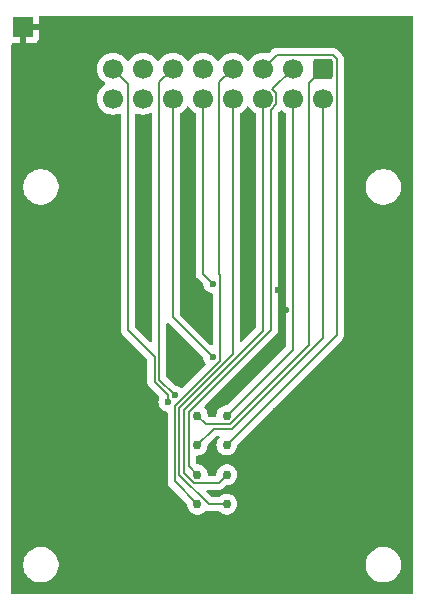
<source format=gbl>
G04 #@! TF.GenerationSoftware,KiCad,Pcbnew,8.0.5*
G04 #@! TF.CreationDate,2024-12-04T12:39:20-06:00*
G04 #@! TF.ProjectId,KiCad_ETDBR,4b694361-645f-4455-9444-42522e6b6963,rev?*
G04 #@! TF.SameCoordinates,Original*
G04 #@! TF.FileFunction,Copper,L2,Bot*
G04 #@! TF.FilePolarity,Positive*
%FSLAX46Y46*%
G04 Gerber Fmt 4.6, Leading zero omitted, Abs format (unit mm)*
G04 Created by KiCad (PCBNEW 8.0.5) date 2024-12-04 12:39:20*
%MOMM*%
%LPD*%
G01*
G04 APERTURE LIST*
G04 Aperture macros list*
%AMRoundRect*
0 Rectangle with rounded corners*
0 $1 Rounding radius*
0 $2 $3 $4 $5 $6 $7 $8 $9 X,Y pos of 4 corners*
0 Add a 4 corners polygon primitive as box body*
4,1,4,$2,$3,$4,$5,$6,$7,$8,$9,$2,$3,0*
0 Add four circle primitives for the rounded corners*
1,1,$1+$1,$2,$3*
1,1,$1+$1,$4,$5*
1,1,$1+$1,$6,$7*
1,1,$1+$1,$8,$9*
0 Add four rect primitives between the rounded corners*
20,1,$1+$1,$2,$3,$4,$5,0*
20,1,$1+$1,$4,$5,$6,$7,0*
20,1,$1+$1,$6,$7,$8,$9,0*
20,1,$1+$1,$8,$9,$2,$3,0*%
G04 Aperture macros list end*
G04 #@! TA.AperFunction,ComponentPad*
%ADD10C,0.750000*%
G04 #@! TD*
G04 #@! TA.AperFunction,ComponentPad*
%ADD11R,1.700000X1.700000*%
G04 #@! TD*
G04 #@! TA.AperFunction,ComponentPad*
%ADD12RoundRect,0.250000X-0.600000X0.600000X-0.600000X-0.600000X0.600000X-0.600000X0.600000X0.600000X0*%
G04 #@! TD*
G04 #@! TA.AperFunction,ComponentPad*
%ADD13C,1.700000*%
G04 #@! TD*
G04 #@! TA.AperFunction,ViaPad*
%ADD14C,0.600000*%
G04 #@! TD*
G04 #@! TA.AperFunction,Conductor*
%ADD15C,0.200000*%
G04 #@! TD*
G04 APERTURE END LIST*
D10*
X67030000Y-97835000D03*
X64530000Y-97835000D03*
X67030000Y-95335000D03*
X67030000Y-92835000D03*
X67030000Y-90335000D03*
X64530000Y-95335000D03*
X64530000Y-92835000D03*
X64530000Y-90335000D03*
D11*
X49780000Y-57465000D03*
D12*
X75160000Y-60965000D03*
D13*
X75160000Y-63505000D03*
X72620000Y-60965000D03*
X72620000Y-63505000D03*
X70080000Y-60965000D03*
X70080000Y-63505000D03*
X67540000Y-60965000D03*
X67540000Y-63505000D03*
X65000000Y-60965000D03*
X65000000Y-63505000D03*
X62460000Y-60965000D03*
X62460000Y-63505000D03*
X59920000Y-60965000D03*
X59920000Y-63505000D03*
X57380000Y-60965000D03*
X57380000Y-63505000D03*
D14*
X62635400Y-88633400D03*
X62035400Y-89179163D03*
X65840900Y-79165200D03*
X65827600Y-85387500D03*
X69025626Y-70088560D03*
X68780000Y-74965000D03*
X63780000Y-67965000D03*
X60280000Y-69465000D03*
X72020000Y-81363927D03*
X71185862Y-89932139D03*
X57715492Y-72890567D03*
X62332603Y-83457485D03*
X59780000Y-75465000D03*
X64780000Y-85965000D03*
X70280000Y-85465000D03*
X71380000Y-79736872D03*
X63780000Y-74965000D03*
D15*
X62635400Y-88633400D02*
X61309800Y-87307800D01*
X61309800Y-62115200D02*
X62460000Y-60965000D01*
X61309800Y-87307800D02*
X61309800Y-62115200D01*
X62608400Y-89509100D02*
X62608400Y-95913400D01*
X66441200Y-78382500D02*
X66441200Y-85676300D01*
X66386500Y-78327800D02*
X66441200Y-78382500D01*
X62608400Y-95913400D02*
X64530000Y-97835000D01*
X66386500Y-62118500D02*
X66386500Y-78327800D01*
X67540000Y-60965000D02*
X66386500Y-62118500D01*
X66441200Y-85676300D02*
X62608400Y-89509100D01*
X65926600Y-91438400D02*
X67486800Y-91438400D01*
X64530000Y-92835000D02*
X65926600Y-91438400D01*
X67486800Y-91438400D02*
X75160000Y-83765200D01*
X75160000Y-83765200D02*
X75160000Y-63505000D01*
X71230000Y-63028654D02*
X70893173Y-62691827D01*
X70780000Y-83056900D02*
X70780000Y-64431346D01*
X71230000Y-63981346D02*
X71230000Y-63028654D01*
X70780000Y-64431346D02*
X71230000Y-63981346D01*
X70893173Y-62691827D02*
X72620000Y-60965000D01*
X63829000Y-90007900D02*
X70780000Y-83056900D01*
X64530000Y-95335000D02*
X63829000Y-94634000D01*
X63829000Y-94634000D02*
X63829000Y-90007900D01*
X60909800Y-85354800D02*
X58650000Y-83095000D01*
X60909800Y-87473486D02*
X60909800Y-85354800D01*
X58650000Y-62235000D02*
X57380000Y-60965000D01*
X58650000Y-83095000D02*
X58650000Y-62235000D01*
X62035400Y-88599086D02*
X60909800Y-87473486D01*
X62035400Y-89179163D02*
X62035400Y-88599086D01*
X72620000Y-63505000D02*
X72620000Y-84745000D01*
X72620000Y-84745000D02*
X67030000Y-90335000D01*
X64231800Y-96016000D02*
X63428800Y-95213000D01*
X67030000Y-95335000D02*
X66349000Y-96016000D01*
X63428800Y-95213000D02*
X63428800Y-89820300D01*
X63428800Y-89820300D02*
X70080000Y-83169100D01*
X66349000Y-96016000D02*
X64231800Y-96016000D01*
X70080000Y-83169100D02*
X70080000Y-63505000D01*
X76338400Y-60152800D02*
X75986700Y-59801100D01*
X67030000Y-92835000D02*
X76338400Y-83526600D01*
X75986700Y-59801100D02*
X71243900Y-59801100D01*
X71243900Y-59801100D02*
X70080000Y-60965000D01*
X76338400Y-83526600D02*
X76338400Y-60152800D01*
X65000000Y-63505000D02*
X65000000Y-78324300D01*
X65000000Y-78324300D02*
X65840900Y-79165200D01*
X62460000Y-63505000D02*
X62460000Y-82019900D01*
X62460000Y-82019900D02*
X65827600Y-85387500D01*
X65233100Y-91038100D02*
X64530000Y-90335000D01*
X67308600Y-91038100D02*
X65233100Y-91038100D01*
X73960800Y-84385900D02*
X67308600Y-91038100D01*
X73960800Y-62164200D02*
X73960800Y-84385900D01*
X75160000Y-60965000D02*
X73960800Y-62164200D01*
X65484900Y-97835000D02*
X67030000Y-97835000D01*
X67540000Y-63505000D02*
X67540000Y-85143400D01*
X63008600Y-89674800D02*
X63008600Y-95358700D01*
X67540000Y-85143400D02*
X63008600Y-89674800D01*
X63008600Y-95358700D02*
X65484900Y-97835000D01*
X71780000Y-81123927D02*
X72020000Y-81363927D01*
X71380000Y-79736872D02*
X71780000Y-80136872D01*
X71780000Y-80136872D02*
X71780000Y-81123927D01*
G04 #@! TA.AperFunction,Conductor*
G36*
X71676176Y-64486918D02*
G01*
X71720523Y-64515419D01*
X71748599Y-64543495D01*
X71830699Y-64600982D01*
X71942165Y-64679032D01*
X71942167Y-64679033D01*
X71942170Y-64679035D01*
X71947898Y-64681706D01*
X72000339Y-64727872D01*
X72019500Y-64794090D01*
X72019500Y-84444903D01*
X71999815Y-84511942D01*
X71983181Y-84532584D01*
X67092584Y-89423181D01*
X67031261Y-89456666D01*
X67004903Y-89459500D01*
X66937981Y-89459500D01*
X66757966Y-89497763D01*
X66757961Y-89497765D01*
X66589839Y-89572619D01*
X66589834Y-89572621D01*
X66440951Y-89680791D01*
X66440949Y-89680793D01*
X66317804Y-89817561D01*
X66225786Y-89976940D01*
X66225783Y-89976946D01*
X66188257Y-90092442D01*
X66168915Y-90151971D01*
X66150617Y-90326066D01*
X66150565Y-90326562D01*
X66123980Y-90391176D01*
X66066683Y-90431161D01*
X66027244Y-90437600D01*
X65533198Y-90437600D01*
X65466159Y-90417915D01*
X65445517Y-90401281D01*
X65445022Y-90400786D01*
X65411537Y-90339463D01*
X65409384Y-90326084D01*
X65391085Y-90151971D01*
X65340500Y-89996287D01*
X65334216Y-89976946D01*
X65334213Y-89976940D01*
X65242195Y-89817560D01*
X65143912Y-89708405D01*
X65113682Y-89645413D01*
X65122308Y-89576078D01*
X65148378Y-89537755D01*
X71138506Y-83547628D01*
X71138511Y-83547624D01*
X71148714Y-83537420D01*
X71148716Y-83537420D01*
X71260520Y-83425616D01*
X71339577Y-83288684D01*
X71380500Y-83135957D01*
X71380500Y-64731442D01*
X71400185Y-64664403D01*
X71416815Y-64643765D01*
X71545161Y-64515418D01*
X71606484Y-64481934D01*
X71676176Y-64486918D01*
G37*
G04 #@! TD.AperFunction*
G04 #@! TA.AperFunction,Conductor*
G36*
X62115503Y-82525084D02*
G01*
X62121981Y-82531116D01*
X64996898Y-85406034D01*
X65030383Y-85467357D01*
X65032437Y-85479831D01*
X65042230Y-85566749D01*
X65101810Y-85737021D01*
X65197784Y-85889762D01*
X65200462Y-85892440D01*
X65201639Y-85894595D01*
X65202125Y-85895205D01*
X65202018Y-85895290D01*
X65233947Y-85953763D01*
X65228963Y-86023455D01*
X65200462Y-86067802D01*
X63285590Y-87982673D01*
X63224267Y-88016158D01*
X63154575Y-88011174D01*
X63131937Y-87999986D01*
X62984922Y-87907610D01*
X62814649Y-87848030D01*
X62727730Y-87838237D01*
X62663316Y-87811170D01*
X62653933Y-87802698D01*
X61946619Y-87095384D01*
X61913134Y-87034061D01*
X61910300Y-87007703D01*
X61910300Y-82618797D01*
X61929985Y-82551758D01*
X61982789Y-82506003D01*
X62051947Y-82496059D01*
X62115503Y-82525084D01*
G37*
G04 #@! TD.AperFunction*
G04 #@! TA.AperFunction,Conductor*
G36*
X63814855Y-64171546D02*
G01*
X63831575Y-64190842D01*
X63961500Y-64376395D01*
X63961505Y-64376401D01*
X64128599Y-64543495D01*
X64210699Y-64600982D01*
X64322165Y-64679032D01*
X64322167Y-64679033D01*
X64322170Y-64679035D01*
X64327898Y-64681706D01*
X64380339Y-64727872D01*
X64399500Y-64794090D01*
X64399500Y-78237630D01*
X64399499Y-78237648D01*
X64399499Y-78403354D01*
X64399498Y-78403354D01*
X64440423Y-78556085D01*
X64442446Y-78559589D01*
X64442447Y-78559591D01*
X64519477Y-78693012D01*
X64519481Y-78693017D01*
X64638349Y-78811885D01*
X64638355Y-78811890D01*
X65010198Y-79183733D01*
X65043683Y-79245056D01*
X65045737Y-79257530D01*
X65055530Y-79344449D01*
X65115110Y-79514721D01*
X65115111Y-79514722D01*
X65211084Y-79667462D01*
X65338638Y-79795016D01*
X65491378Y-79890989D01*
X65661645Y-79950568D01*
X65730585Y-79958335D01*
X65794996Y-79985400D01*
X65834552Y-80042995D01*
X65840700Y-80081555D01*
X65840700Y-84252002D01*
X65821015Y-84319041D01*
X65768211Y-84364796D01*
X65699053Y-84374740D01*
X65635497Y-84345715D01*
X65629019Y-84339683D01*
X63096819Y-81807483D01*
X63063334Y-81746160D01*
X63060500Y-81719802D01*
X63060500Y-64794090D01*
X63080185Y-64727051D01*
X63132101Y-64681706D01*
X63137830Y-64679035D01*
X63331401Y-64543495D01*
X63498495Y-64376401D01*
X63628425Y-64190842D01*
X63683002Y-64147217D01*
X63752500Y-64140023D01*
X63814855Y-64171546D01*
G37*
G04 #@! TD.AperFunction*
G04 #@! TA.AperFunction,Conductor*
G36*
X60665756Y-64727341D02*
G01*
X60703996Y-64785818D01*
X60709300Y-64821696D01*
X60709300Y-84005703D01*
X60689615Y-84072742D01*
X60636811Y-84118497D01*
X60567653Y-84128441D01*
X60504097Y-84099416D01*
X60497619Y-84093384D01*
X59286819Y-82882584D01*
X59253334Y-82821261D01*
X59250500Y-82794903D01*
X59250500Y-64877560D01*
X59270185Y-64810521D01*
X59322989Y-64764766D01*
X59392147Y-64754822D01*
X59426900Y-64765176D01*
X59456337Y-64778903D01*
X59684592Y-64840063D01*
X59872918Y-64856539D01*
X59919999Y-64860659D01*
X59920000Y-64860659D01*
X59920001Y-64860659D01*
X59959234Y-64857226D01*
X60155408Y-64840063D01*
X60383663Y-64778903D01*
X60532897Y-64709313D01*
X60601972Y-64698822D01*
X60665756Y-64727341D01*
G37*
G04 #@! TD.AperFunction*
G04 #@! TA.AperFunction,Conductor*
G36*
X68894855Y-64171546D02*
G01*
X68911575Y-64190842D01*
X69041500Y-64376395D01*
X69041505Y-64376401D01*
X69208599Y-64543495D01*
X69290699Y-64600982D01*
X69402165Y-64679032D01*
X69402167Y-64679033D01*
X69402170Y-64679035D01*
X69407898Y-64681706D01*
X69460339Y-64727872D01*
X69479500Y-64794090D01*
X69479500Y-82869003D01*
X69459815Y-82936042D01*
X69443181Y-82956684D01*
X68352181Y-84047684D01*
X68290858Y-84081169D01*
X68221166Y-84076185D01*
X68165233Y-84034313D01*
X68140816Y-83968849D01*
X68140500Y-83960003D01*
X68140500Y-64794090D01*
X68160185Y-64727051D01*
X68212101Y-64681706D01*
X68217830Y-64679035D01*
X68411401Y-64543495D01*
X68578495Y-64376401D01*
X68708425Y-64190842D01*
X68763002Y-64147217D01*
X68832500Y-64140023D01*
X68894855Y-64171546D01*
G37*
G04 #@! TD.AperFunction*
G04 #@! TA.AperFunction,Conductor*
G36*
X82722539Y-56485185D02*
G01*
X82768294Y-56537989D01*
X82779500Y-56589500D01*
X82779500Y-105340500D01*
X82759815Y-105407539D01*
X82707011Y-105453294D01*
X82655500Y-105464500D01*
X48904500Y-105464500D01*
X48837461Y-105444815D01*
X48791706Y-105392011D01*
X48780500Y-105340500D01*
X48780500Y-102846902D01*
X49779500Y-102846902D01*
X49779500Y-103083097D01*
X49816446Y-103316368D01*
X49889433Y-103540996D01*
X49996657Y-103751433D01*
X50135483Y-103942510D01*
X50302490Y-104109517D01*
X50493567Y-104248343D01*
X50592991Y-104299002D01*
X50704003Y-104355566D01*
X50704005Y-104355566D01*
X50704008Y-104355568D01*
X50824412Y-104394689D01*
X50928631Y-104428553D01*
X51161903Y-104465500D01*
X51161908Y-104465500D01*
X51398097Y-104465500D01*
X51631368Y-104428553D01*
X51855992Y-104355568D01*
X52066433Y-104248343D01*
X52257510Y-104109517D01*
X52424517Y-103942510D01*
X52563343Y-103751433D01*
X52670568Y-103540992D01*
X52743553Y-103316368D01*
X52780500Y-103083097D01*
X52780500Y-102846902D01*
X78779500Y-102846902D01*
X78779500Y-103083097D01*
X78816446Y-103316368D01*
X78889433Y-103540996D01*
X78996657Y-103751433D01*
X79135483Y-103942510D01*
X79302490Y-104109517D01*
X79493567Y-104248343D01*
X79592991Y-104299002D01*
X79704003Y-104355566D01*
X79704005Y-104355566D01*
X79704008Y-104355568D01*
X79824412Y-104394689D01*
X79928631Y-104428553D01*
X80161903Y-104465500D01*
X80161908Y-104465500D01*
X80398097Y-104465500D01*
X80631368Y-104428553D01*
X80855992Y-104355568D01*
X81066433Y-104248343D01*
X81257510Y-104109517D01*
X81424517Y-103942510D01*
X81563343Y-103751433D01*
X81670568Y-103540992D01*
X81743553Y-103316368D01*
X81780500Y-103083097D01*
X81780500Y-102846902D01*
X81743553Y-102613631D01*
X81670566Y-102389003D01*
X81563342Y-102178566D01*
X81424517Y-101987490D01*
X81257510Y-101820483D01*
X81066433Y-101681657D01*
X80855996Y-101574433D01*
X80631368Y-101501446D01*
X80398097Y-101464500D01*
X80398092Y-101464500D01*
X80161908Y-101464500D01*
X80161903Y-101464500D01*
X79928631Y-101501446D01*
X79704003Y-101574433D01*
X79493566Y-101681657D01*
X79384550Y-101760862D01*
X79302490Y-101820483D01*
X79302488Y-101820485D01*
X79302487Y-101820485D01*
X79135485Y-101987487D01*
X79135485Y-101987488D01*
X79135483Y-101987490D01*
X79075862Y-102069550D01*
X78996657Y-102178566D01*
X78889433Y-102389003D01*
X78816446Y-102613631D01*
X78779500Y-102846902D01*
X52780500Y-102846902D01*
X52743553Y-102613631D01*
X52670566Y-102389003D01*
X52563342Y-102178566D01*
X52424517Y-101987490D01*
X52257510Y-101820483D01*
X52066433Y-101681657D01*
X51855996Y-101574433D01*
X51631368Y-101501446D01*
X51398097Y-101464500D01*
X51398092Y-101464500D01*
X51161908Y-101464500D01*
X51161903Y-101464500D01*
X50928631Y-101501446D01*
X50704003Y-101574433D01*
X50493566Y-101681657D01*
X50384550Y-101760862D01*
X50302490Y-101820483D01*
X50302488Y-101820485D01*
X50302487Y-101820485D01*
X50135485Y-101987487D01*
X50135485Y-101987488D01*
X50135483Y-101987490D01*
X50075862Y-102069550D01*
X49996657Y-102178566D01*
X49889433Y-102389003D01*
X49816446Y-102613631D01*
X49779500Y-102846902D01*
X48780500Y-102846902D01*
X48780500Y-70846902D01*
X49779500Y-70846902D01*
X49779500Y-71083097D01*
X49816446Y-71316368D01*
X49889433Y-71540996D01*
X49996657Y-71751433D01*
X50135483Y-71942510D01*
X50302490Y-72109517D01*
X50493567Y-72248343D01*
X50592991Y-72299002D01*
X50704003Y-72355566D01*
X50704005Y-72355566D01*
X50704008Y-72355568D01*
X50824412Y-72394689D01*
X50928631Y-72428553D01*
X51161903Y-72465500D01*
X51161908Y-72465500D01*
X51398097Y-72465500D01*
X51631368Y-72428553D01*
X51855992Y-72355568D01*
X52066433Y-72248343D01*
X52257510Y-72109517D01*
X52424517Y-71942510D01*
X52563343Y-71751433D01*
X52670568Y-71540992D01*
X52743553Y-71316368D01*
X52780500Y-71083097D01*
X52780500Y-70846902D01*
X52743553Y-70613631D01*
X52670566Y-70389003D01*
X52563342Y-70178566D01*
X52424517Y-69987490D01*
X52257510Y-69820483D01*
X52066433Y-69681657D01*
X51855996Y-69574433D01*
X51631368Y-69501446D01*
X51398097Y-69464500D01*
X51398092Y-69464500D01*
X51161908Y-69464500D01*
X51161903Y-69464500D01*
X50928631Y-69501446D01*
X50704003Y-69574433D01*
X50493566Y-69681657D01*
X50384550Y-69760862D01*
X50302490Y-69820483D01*
X50302488Y-69820485D01*
X50302487Y-69820485D01*
X50135485Y-69987487D01*
X50135485Y-69987488D01*
X50135483Y-69987490D01*
X50075862Y-70069550D01*
X49996657Y-70178566D01*
X49889433Y-70389003D01*
X49816446Y-70613631D01*
X49779500Y-70846902D01*
X48780500Y-70846902D01*
X48780500Y-60964999D01*
X56024341Y-60964999D01*
X56024341Y-60965000D01*
X56044936Y-61200403D01*
X56044938Y-61200413D01*
X56106094Y-61428655D01*
X56106096Y-61428659D01*
X56106097Y-61428663D01*
X56110000Y-61437032D01*
X56205965Y-61642830D01*
X56205967Y-61642834D01*
X56314281Y-61797521D01*
X56341501Y-61836396D01*
X56341506Y-61836402D01*
X56508597Y-62003493D01*
X56508603Y-62003498D01*
X56694158Y-62133425D01*
X56737783Y-62188002D01*
X56744977Y-62257500D01*
X56713454Y-62319855D01*
X56694158Y-62336575D01*
X56508597Y-62466505D01*
X56341505Y-62633597D01*
X56205965Y-62827169D01*
X56205964Y-62827171D01*
X56106098Y-63041335D01*
X56106094Y-63041344D01*
X56044938Y-63269586D01*
X56044936Y-63269596D01*
X56024341Y-63504999D01*
X56024341Y-63505000D01*
X56044936Y-63740403D01*
X56044938Y-63740413D01*
X56106094Y-63968655D01*
X56106096Y-63968659D01*
X56106097Y-63968663D01*
X56110000Y-63977032D01*
X56205965Y-64182830D01*
X56205967Y-64182834D01*
X56314281Y-64337521D01*
X56341505Y-64376401D01*
X56508599Y-64543495D01*
X56590699Y-64600982D01*
X56702165Y-64679032D01*
X56702167Y-64679033D01*
X56702170Y-64679035D01*
X56916337Y-64778903D01*
X57144592Y-64840063D01*
X57332918Y-64856539D01*
X57379999Y-64860659D01*
X57380000Y-64860659D01*
X57380001Y-64860659D01*
X57419234Y-64857226D01*
X57615408Y-64840063D01*
X57843663Y-64778903D01*
X57873097Y-64765177D01*
X57942171Y-64754686D01*
X58005956Y-64783205D01*
X58044196Y-64841681D01*
X58049500Y-64877560D01*
X58049500Y-83008330D01*
X58049499Y-83008348D01*
X58049499Y-83174054D01*
X58049498Y-83174054D01*
X58090423Y-83326785D01*
X58119358Y-83376900D01*
X58119359Y-83376904D01*
X58119360Y-83376904D01*
X58169479Y-83463714D01*
X58169481Y-83463717D01*
X58288349Y-83582585D01*
X58288355Y-83582590D01*
X60272981Y-85567216D01*
X60306466Y-85628539D01*
X60309300Y-85654897D01*
X60309300Y-87386816D01*
X60309299Y-87386834D01*
X60309299Y-87552540D01*
X60309298Y-87552540D01*
X60350223Y-87705271D01*
X60379158Y-87755386D01*
X60379159Y-87755390D01*
X60379160Y-87755390D01*
X60429279Y-87842200D01*
X60429281Y-87842203D01*
X60548149Y-87961071D01*
X60548155Y-87961076D01*
X61282280Y-88695202D01*
X61315765Y-88756525D01*
X61311641Y-88823837D01*
X61250032Y-88999905D01*
X61250030Y-88999913D01*
X61229835Y-89179159D01*
X61229835Y-89179166D01*
X61250030Y-89358412D01*
X61250031Y-89358417D01*
X61309611Y-89528686D01*
X61339390Y-89576078D01*
X61405584Y-89681425D01*
X61533138Y-89808979D01*
X61685878Y-89904952D01*
X61856145Y-89964531D01*
X61897784Y-89969222D01*
X61962195Y-89996287D01*
X62001752Y-90053881D01*
X62007900Y-90092442D01*
X62007900Y-95826730D01*
X62007899Y-95826748D01*
X62007899Y-95992454D01*
X62007898Y-95992454D01*
X62007899Y-95992457D01*
X62036013Y-96097380D01*
X62048824Y-96145187D01*
X62064440Y-96172234D01*
X62064441Y-96172236D01*
X62127877Y-96282112D01*
X62127881Y-96282117D01*
X62246749Y-96400985D01*
X62246755Y-96400990D01*
X63614977Y-97769213D01*
X63648462Y-97830536D01*
X63650616Y-97843928D01*
X63668915Y-98018029D01*
X63668916Y-98018032D01*
X63725783Y-98193053D01*
X63725786Y-98193059D01*
X63817805Y-98352440D01*
X63892592Y-98435500D01*
X63940949Y-98489206D01*
X63940951Y-98489208D01*
X64089834Y-98597378D01*
X64089835Y-98597378D01*
X64089839Y-98597381D01*
X64226953Y-98658428D01*
X64257961Y-98672234D01*
X64257966Y-98672236D01*
X64437981Y-98710500D01*
X64622019Y-98710500D01*
X64802034Y-98672236D01*
X64970161Y-98597381D01*
X65119050Y-98489207D01*
X65162906Y-98440499D01*
X65222392Y-98403851D01*
X65287147Y-98403696D01*
X65405843Y-98435501D01*
X65405846Y-98435501D01*
X65571553Y-98435501D01*
X65571569Y-98435500D01*
X66337383Y-98435500D01*
X66404422Y-98455185D01*
X66429533Y-98476528D01*
X66440944Y-98489202D01*
X66440951Y-98489208D01*
X66589834Y-98597378D01*
X66589835Y-98597378D01*
X66589839Y-98597381D01*
X66726953Y-98658428D01*
X66757961Y-98672234D01*
X66757966Y-98672236D01*
X66937981Y-98710500D01*
X67122019Y-98710500D01*
X67302034Y-98672236D01*
X67470161Y-98597381D01*
X67619050Y-98489207D01*
X67742195Y-98352440D01*
X67834214Y-98193059D01*
X67891085Y-98018029D01*
X67910322Y-97835000D01*
X67891085Y-97651971D01*
X67834214Y-97476941D01*
X67742195Y-97317560D01*
X67619050Y-97180793D01*
X67619048Y-97180791D01*
X67470165Y-97072621D01*
X67470162Y-97072619D01*
X67470161Y-97072619D01*
X67409112Y-97045438D01*
X67302038Y-96997765D01*
X67302033Y-96997763D01*
X67122019Y-96959500D01*
X66937981Y-96959500D01*
X66757966Y-96997763D01*
X66757961Y-96997765D01*
X66589839Y-97072619D01*
X66589834Y-97072621D01*
X66440951Y-97180791D01*
X66440944Y-97180797D01*
X66429533Y-97193472D01*
X66370047Y-97230121D01*
X66337383Y-97234500D01*
X65784997Y-97234500D01*
X65717958Y-97214815D01*
X65697316Y-97198181D01*
X65327316Y-96828181D01*
X65293831Y-96766858D01*
X65298815Y-96697166D01*
X65340687Y-96641233D01*
X65406151Y-96616816D01*
X65414997Y-96616500D01*
X66262331Y-96616500D01*
X66262347Y-96616501D01*
X66269943Y-96616501D01*
X66428054Y-96616501D01*
X66428057Y-96616501D01*
X66580785Y-96575577D01*
X66630904Y-96546639D01*
X66717716Y-96496520D01*
X66829520Y-96384716D01*
X66829521Y-96384713D01*
X66967417Y-96246817D01*
X67028740Y-96213334D01*
X67055097Y-96210500D01*
X67122019Y-96210500D01*
X67302034Y-96172236D01*
X67470161Y-96097381D01*
X67619050Y-95989207D01*
X67742195Y-95852440D01*
X67834214Y-95693059D01*
X67891085Y-95518029D01*
X67910322Y-95335000D01*
X67891085Y-95151971D01*
X67834214Y-94976941D01*
X67742195Y-94817560D01*
X67619050Y-94680793D01*
X67619048Y-94680791D01*
X67470165Y-94572621D01*
X67470162Y-94572619D01*
X67470161Y-94572619D01*
X67409112Y-94545438D01*
X67302038Y-94497765D01*
X67302033Y-94497763D01*
X67122019Y-94459500D01*
X66937981Y-94459500D01*
X66757966Y-94497763D01*
X66757961Y-94497765D01*
X66589839Y-94572619D01*
X66589834Y-94572621D01*
X66440951Y-94680791D01*
X66440949Y-94680793D01*
X66317804Y-94817561D01*
X66225786Y-94976940D01*
X66225783Y-94976946D01*
X66168916Y-95151967D01*
X66168915Y-95151971D01*
X66152888Y-95304462D01*
X66126303Y-95369076D01*
X66069006Y-95409061D01*
X66029567Y-95415500D01*
X65530433Y-95415500D01*
X65463394Y-95395815D01*
X65417639Y-95343011D01*
X65407112Y-95304462D01*
X65391085Y-95151971D01*
X65334214Y-94976941D01*
X65242195Y-94817560D01*
X65119050Y-94680793D01*
X65119048Y-94680791D01*
X64970165Y-94572621D01*
X64970162Y-94572619D01*
X64970161Y-94572619D01*
X64909112Y-94545438D01*
X64802038Y-94497765D01*
X64802033Y-94497763D01*
X64622019Y-94459500D01*
X64555098Y-94459500D01*
X64488059Y-94439815D01*
X64467389Y-94423154D01*
X64465791Y-94421555D01*
X64432326Y-94360221D01*
X64429500Y-94333901D01*
X64429500Y-93834500D01*
X64449185Y-93767461D01*
X64501989Y-93721706D01*
X64553500Y-93710500D01*
X64622019Y-93710500D01*
X64802034Y-93672236D01*
X64970161Y-93597381D01*
X65119050Y-93489207D01*
X65242195Y-93352440D01*
X65334214Y-93193059D01*
X65391085Y-93018029D01*
X65409383Y-92843926D01*
X65435966Y-92779316D01*
X65445012Y-92769221D01*
X66139017Y-92075219D01*
X66200340Y-92041734D01*
X66226698Y-92038900D01*
X66290203Y-92038900D01*
X66357242Y-92058585D01*
X66402997Y-92111389D01*
X66412941Y-92180547D01*
X66383916Y-92244103D01*
X66382353Y-92245872D01*
X66317804Y-92317561D01*
X66225786Y-92476940D01*
X66225783Y-92476946D01*
X66168916Y-92651967D01*
X66168915Y-92651971D01*
X66149678Y-92835000D01*
X66168915Y-93018029D01*
X66168916Y-93018032D01*
X66225783Y-93193053D01*
X66225786Y-93193059D01*
X66317805Y-93352440D01*
X66427327Y-93474077D01*
X66440949Y-93489206D01*
X66440951Y-93489208D01*
X66589834Y-93597378D01*
X66589835Y-93597378D01*
X66589839Y-93597381D01*
X66726953Y-93658428D01*
X66757961Y-93672234D01*
X66757966Y-93672236D01*
X66937981Y-93710500D01*
X67122019Y-93710500D01*
X67302034Y-93672236D01*
X67470161Y-93597381D01*
X67619050Y-93489207D01*
X67742195Y-93352440D01*
X67834214Y-93193059D01*
X67891085Y-93018029D01*
X67909383Y-92843928D01*
X67935968Y-92779316D01*
X67945023Y-92769211D01*
X69505537Y-91208697D01*
X76818920Y-83895316D01*
X76897977Y-83758384D01*
X76938901Y-83605657D01*
X76938901Y-83447542D01*
X76938901Y-83439947D01*
X76938900Y-83439929D01*
X76938900Y-70846902D01*
X78779500Y-70846902D01*
X78779500Y-71083097D01*
X78816446Y-71316368D01*
X78889433Y-71540996D01*
X78996657Y-71751433D01*
X79135483Y-71942510D01*
X79302490Y-72109517D01*
X79493567Y-72248343D01*
X79592991Y-72299002D01*
X79704003Y-72355566D01*
X79704005Y-72355566D01*
X79704008Y-72355568D01*
X79824412Y-72394689D01*
X79928631Y-72428553D01*
X80161903Y-72465500D01*
X80161908Y-72465500D01*
X80398097Y-72465500D01*
X80631368Y-72428553D01*
X80855992Y-72355568D01*
X81066433Y-72248343D01*
X81257510Y-72109517D01*
X81424517Y-71942510D01*
X81563343Y-71751433D01*
X81670568Y-71540992D01*
X81743553Y-71316368D01*
X81780500Y-71083097D01*
X81780500Y-70846902D01*
X81743553Y-70613631D01*
X81670566Y-70389003D01*
X81563342Y-70178566D01*
X81424517Y-69987490D01*
X81257510Y-69820483D01*
X81066433Y-69681657D01*
X80855996Y-69574433D01*
X80631368Y-69501446D01*
X80398097Y-69464500D01*
X80398092Y-69464500D01*
X80161908Y-69464500D01*
X80161903Y-69464500D01*
X79928631Y-69501446D01*
X79704003Y-69574433D01*
X79493566Y-69681657D01*
X79384550Y-69760862D01*
X79302490Y-69820483D01*
X79302488Y-69820485D01*
X79302487Y-69820485D01*
X79135485Y-69987487D01*
X79135485Y-69987488D01*
X79135483Y-69987490D01*
X79075862Y-70069550D01*
X78996657Y-70178566D01*
X78889433Y-70389003D01*
X78816446Y-70613631D01*
X78779500Y-70846902D01*
X76938900Y-70846902D01*
X76938900Y-60241859D01*
X76938901Y-60241846D01*
X76938901Y-60073745D01*
X76938901Y-60073743D01*
X76897977Y-59921015D01*
X76869039Y-59870895D01*
X76818920Y-59784084D01*
X76707116Y-59672280D01*
X76707115Y-59672279D01*
X76702785Y-59667949D01*
X76702774Y-59667939D01*
X76474290Y-59439455D01*
X76474288Y-59439452D01*
X76355417Y-59320581D01*
X76355416Y-59320580D01*
X76268604Y-59270460D01*
X76268604Y-59270459D01*
X76268600Y-59270458D01*
X76218485Y-59241523D01*
X76065757Y-59200599D01*
X75907643Y-59200599D01*
X75900047Y-59200599D01*
X75900031Y-59200600D01*
X71322957Y-59200600D01*
X71164843Y-59200600D01*
X71012115Y-59241523D01*
X71012114Y-59241523D01*
X71012112Y-59241524D01*
X71012109Y-59241525D01*
X70961996Y-59270459D01*
X70961995Y-59270460D01*
X70918589Y-59295520D01*
X70875185Y-59320579D01*
X70875182Y-59320581D01*
X70763378Y-59432386D01*
X70563530Y-59632233D01*
X70502207Y-59665718D01*
X70443756Y-59664327D01*
X70315413Y-59629938D01*
X70315403Y-59629936D01*
X70080001Y-59609341D01*
X70079999Y-59609341D01*
X69844596Y-59629936D01*
X69844586Y-59629938D01*
X69616344Y-59691094D01*
X69616335Y-59691098D01*
X69402171Y-59790964D01*
X69402169Y-59790965D01*
X69208597Y-59926505D01*
X69041505Y-60093597D01*
X68911575Y-60279158D01*
X68856998Y-60322783D01*
X68787500Y-60329977D01*
X68725145Y-60298454D01*
X68708425Y-60279158D01*
X68578494Y-60093597D01*
X68411402Y-59926506D01*
X68411395Y-59926501D01*
X68217834Y-59790967D01*
X68217830Y-59790965D01*
X68203074Y-59784084D01*
X68003663Y-59691097D01*
X68003659Y-59691096D01*
X68003655Y-59691094D01*
X67775413Y-59629938D01*
X67775403Y-59629936D01*
X67540001Y-59609341D01*
X67539999Y-59609341D01*
X67304596Y-59629936D01*
X67304586Y-59629938D01*
X67076344Y-59691094D01*
X67076335Y-59691098D01*
X66862171Y-59790964D01*
X66862169Y-59790965D01*
X66668597Y-59926505D01*
X66501505Y-60093597D01*
X66371575Y-60279158D01*
X66316998Y-60322783D01*
X66247500Y-60329977D01*
X66185145Y-60298454D01*
X66168425Y-60279158D01*
X66038494Y-60093597D01*
X65871402Y-59926506D01*
X65871395Y-59926501D01*
X65677834Y-59790967D01*
X65677830Y-59790965D01*
X65663074Y-59784084D01*
X65463663Y-59691097D01*
X65463659Y-59691096D01*
X65463655Y-59691094D01*
X65235413Y-59629938D01*
X65235403Y-59629936D01*
X65000001Y-59609341D01*
X64999999Y-59609341D01*
X64764596Y-59629936D01*
X64764586Y-59629938D01*
X64536344Y-59691094D01*
X64536335Y-59691098D01*
X64322171Y-59790964D01*
X64322169Y-59790965D01*
X64128597Y-59926505D01*
X63961505Y-60093597D01*
X63831575Y-60279158D01*
X63776998Y-60322783D01*
X63707500Y-60329977D01*
X63645145Y-60298454D01*
X63628425Y-60279158D01*
X63498494Y-60093597D01*
X63331402Y-59926506D01*
X63331395Y-59926501D01*
X63137834Y-59790967D01*
X63137830Y-59790965D01*
X63123074Y-59784084D01*
X62923663Y-59691097D01*
X62923659Y-59691096D01*
X62923655Y-59691094D01*
X62695413Y-59629938D01*
X62695403Y-59629936D01*
X62460001Y-59609341D01*
X62459999Y-59609341D01*
X62224596Y-59629936D01*
X62224586Y-59629938D01*
X61996344Y-59691094D01*
X61996335Y-59691098D01*
X61782171Y-59790964D01*
X61782169Y-59790965D01*
X61588597Y-59926505D01*
X61421505Y-60093597D01*
X61291575Y-60279158D01*
X61236998Y-60322783D01*
X61167500Y-60329977D01*
X61105145Y-60298454D01*
X61088425Y-60279158D01*
X60958494Y-60093597D01*
X60791402Y-59926506D01*
X60791395Y-59926501D01*
X60597834Y-59790967D01*
X60597830Y-59790965D01*
X60583074Y-59784084D01*
X60383663Y-59691097D01*
X60383659Y-59691096D01*
X60383655Y-59691094D01*
X60155413Y-59629938D01*
X60155403Y-59629936D01*
X59920001Y-59609341D01*
X59919999Y-59609341D01*
X59684596Y-59629936D01*
X59684586Y-59629938D01*
X59456344Y-59691094D01*
X59456335Y-59691098D01*
X59242171Y-59790964D01*
X59242169Y-59790965D01*
X59048597Y-59926505D01*
X58881505Y-60093597D01*
X58751575Y-60279158D01*
X58696998Y-60322783D01*
X58627500Y-60329977D01*
X58565145Y-60298454D01*
X58548425Y-60279158D01*
X58418494Y-60093597D01*
X58251402Y-59926506D01*
X58251395Y-59926501D01*
X58057834Y-59790967D01*
X58057830Y-59790965D01*
X58043074Y-59784084D01*
X57843663Y-59691097D01*
X57843659Y-59691096D01*
X57843655Y-59691094D01*
X57615413Y-59629938D01*
X57615403Y-59629936D01*
X57380001Y-59609341D01*
X57379999Y-59609341D01*
X57144596Y-59629936D01*
X57144586Y-59629938D01*
X56916344Y-59691094D01*
X56916335Y-59691098D01*
X56702171Y-59790964D01*
X56702169Y-59790965D01*
X56508597Y-59926505D01*
X56341505Y-60093597D01*
X56205965Y-60287169D01*
X56205964Y-60287171D01*
X56106098Y-60501335D01*
X56106094Y-60501344D01*
X56044938Y-60729586D01*
X56044936Y-60729596D01*
X56024341Y-60964999D01*
X48780500Y-60964999D01*
X48780500Y-58939000D01*
X48800185Y-58871961D01*
X48852989Y-58826206D01*
X48904500Y-58815000D01*
X49530000Y-58815000D01*
X49530000Y-57898012D01*
X49587007Y-57930925D01*
X49714174Y-57965000D01*
X49845826Y-57965000D01*
X49972993Y-57930925D01*
X50030000Y-57898012D01*
X50030000Y-58815000D01*
X50677828Y-58815000D01*
X50677844Y-58814999D01*
X50737372Y-58808598D01*
X50737379Y-58808596D01*
X50872086Y-58758354D01*
X50872093Y-58758350D01*
X50987187Y-58672190D01*
X50987190Y-58672187D01*
X51073350Y-58557093D01*
X51073354Y-58557086D01*
X51123596Y-58422379D01*
X51123598Y-58422372D01*
X51129999Y-58362844D01*
X51130000Y-58362827D01*
X51130000Y-57715000D01*
X50213012Y-57715000D01*
X50245925Y-57657993D01*
X50280000Y-57530826D01*
X50280000Y-57399174D01*
X50245925Y-57272007D01*
X50213012Y-57215000D01*
X51130000Y-57215000D01*
X51130000Y-56589500D01*
X51149685Y-56522461D01*
X51202489Y-56476706D01*
X51254000Y-56465500D01*
X82655500Y-56465500D01*
X82722539Y-56485185D01*
G37*
G04 #@! TD.AperFunction*
M02*

</source>
